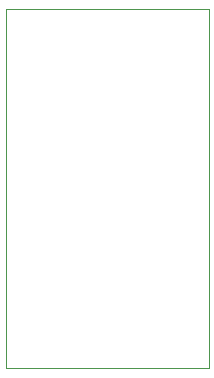
<source format=gbr>
%FSLAX46Y46*%
G04 Gerber Fmt 4.6, Leading zero omitted, Abs format (unit mm)*
G04 Created by KiCad (PCBNEW (2014-10-22 BZR 5216)-product) date Thu 02 Jul 2015 03:27:14 PM EDT*
%MOMM*%
G01*
G04 APERTURE LIST*
%ADD10C,0.100000*%
G04 APERTURE END LIST*
D10*
X179810000Y-88800000D02*
X180180000Y-88800000D01*
X180160000Y-119200000D02*
X179830000Y-119200000D01*
X163000000Y-119200000D02*
X163000000Y-104200000D01*
X179800000Y-119200000D02*
X163000000Y-119200000D01*
X180180000Y-88800000D02*
X180180000Y-119200000D01*
X163000000Y-88800000D02*
X179800000Y-88800000D01*
X163000000Y-104200000D02*
X163000000Y-88800000D01*
M02*

</source>
